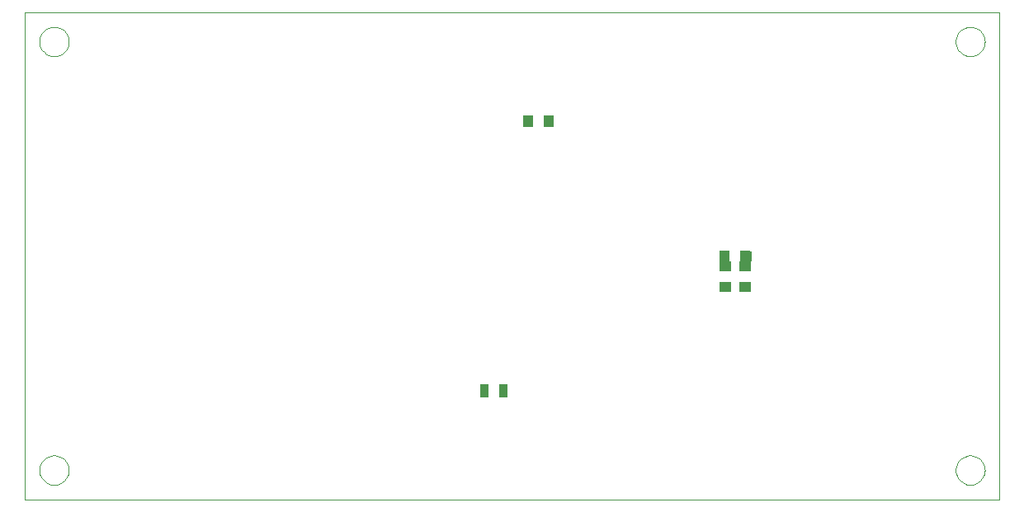
<source format=gbr>
G04 PROTEUS GERBER X2 FILE*
%TF.GenerationSoftware,Labcenter,Proteus,8.16-SP3-Build36097*%
%TF.CreationDate,2025-11-07T09:33:48+00:00*%
%TF.FileFunction,Paste,Top*%
%TF.FilePolarity,Positive*%
%TF.Part,Single*%
%TF.SameCoordinates,{ab98911b-3f69-4870-a6fc-6ca9eaabf26d}*%
%FSLAX45Y45*%
%MOMM*%
G01*
%TA.AperFunction,Material*%
%ADD36R,1.016000X1.270000*%
%ADD37R,0.939800X1.447800*%
%ADD38R,1.270000X1.016000*%
%ADD39R,0.700000X1.000000*%
%TA.AperFunction,Profile*%
%ADD22C,0.101600*%
%TD.AperFunction*%
D36*
X+5170000Y+3890000D03*
X+5383360Y+3890000D03*
D37*
X+4720000Y+1120000D03*
X+4920000Y+1120000D03*
D38*
X+7200000Y+2186640D03*
X+7200000Y+2400000D03*
X+7400000Y+2186640D03*
X+7400000Y+2400000D03*
D36*
X+7186640Y+2500000D03*
X+7400000Y+2500000D03*
D39*
X+7430000Y+2500000D03*
D22*
X+9000Y+9000D02*
X+10009000Y+9000D01*
X+10009000Y+5009000D01*
X+9000Y+5009000D01*
X+9000Y+9000D01*
X+9859000Y+4709000D02*
X+9858498Y+4721258D01*
X+9854422Y+4745775D01*
X+9845906Y+4770292D01*
X+9832032Y+4794809D01*
X+9810806Y+4819161D01*
X+9786289Y+4837555D01*
X+9761772Y+4849411D01*
X+9737255Y+4856315D01*
X+9712738Y+4858953D01*
X+9709000Y+4859000D01*
X+9559000Y+4709000D02*
X+9559502Y+4721258D01*
X+9563578Y+4745775D01*
X+9572094Y+4770292D01*
X+9585968Y+4794809D01*
X+9607194Y+4819161D01*
X+9631711Y+4837555D01*
X+9656228Y+4849411D01*
X+9680745Y+4856315D01*
X+9705262Y+4858953D01*
X+9709000Y+4859000D01*
X+9559000Y+4709000D02*
X+9559502Y+4696742D01*
X+9563578Y+4672225D01*
X+9572094Y+4647708D01*
X+9585968Y+4623191D01*
X+9607194Y+4598839D01*
X+9631711Y+4580445D01*
X+9656228Y+4568589D01*
X+9680745Y+4561685D01*
X+9705262Y+4559047D01*
X+9709000Y+4559000D01*
X+9859000Y+4709000D02*
X+9858498Y+4696742D01*
X+9854422Y+4672225D01*
X+9845906Y+4647708D01*
X+9832032Y+4623191D01*
X+9810806Y+4598839D01*
X+9786289Y+4580445D01*
X+9761772Y+4568589D01*
X+9737255Y+4561685D01*
X+9712738Y+4559047D01*
X+9709000Y+4559000D01*
X+9859000Y+309000D02*
X+9858498Y+321258D01*
X+9854422Y+345775D01*
X+9845906Y+370292D01*
X+9832032Y+394809D01*
X+9810806Y+419161D01*
X+9786289Y+437555D01*
X+9761772Y+449411D01*
X+9737255Y+456315D01*
X+9712738Y+458953D01*
X+9709000Y+459000D01*
X+9559000Y+309000D02*
X+9559502Y+321258D01*
X+9563578Y+345775D01*
X+9572094Y+370292D01*
X+9585968Y+394809D01*
X+9607194Y+419161D01*
X+9631711Y+437555D01*
X+9656228Y+449411D01*
X+9680745Y+456315D01*
X+9705262Y+458953D01*
X+9709000Y+459000D01*
X+9559000Y+309000D02*
X+9559502Y+296742D01*
X+9563578Y+272225D01*
X+9572094Y+247708D01*
X+9585968Y+223191D01*
X+9607194Y+198839D01*
X+9631711Y+180445D01*
X+9656228Y+168589D01*
X+9680745Y+161685D01*
X+9705262Y+159047D01*
X+9709000Y+159000D01*
X+9859000Y+309000D02*
X+9858498Y+296742D01*
X+9854422Y+272225D01*
X+9845906Y+247708D01*
X+9832032Y+223191D01*
X+9810806Y+198839D01*
X+9786289Y+180445D01*
X+9761772Y+168589D01*
X+9737255Y+161685D01*
X+9712738Y+159047D01*
X+9709000Y+159000D01*
X+459000Y+309000D02*
X+458498Y+321258D01*
X+454422Y+345775D01*
X+445906Y+370292D01*
X+432032Y+394809D01*
X+410806Y+419161D01*
X+386289Y+437555D01*
X+361772Y+449411D01*
X+337255Y+456315D01*
X+312738Y+458953D01*
X+309000Y+459000D01*
X+159000Y+309000D02*
X+159502Y+321258D01*
X+163578Y+345775D01*
X+172094Y+370292D01*
X+185968Y+394809D01*
X+207194Y+419161D01*
X+231711Y+437555D01*
X+256228Y+449411D01*
X+280745Y+456315D01*
X+305262Y+458953D01*
X+309000Y+459000D01*
X+159000Y+309000D02*
X+159502Y+296742D01*
X+163578Y+272225D01*
X+172094Y+247708D01*
X+185968Y+223191D01*
X+207194Y+198839D01*
X+231711Y+180445D01*
X+256228Y+168589D01*
X+280745Y+161685D01*
X+305262Y+159047D01*
X+309000Y+159000D01*
X+459000Y+309000D02*
X+458498Y+296742D01*
X+454422Y+272225D01*
X+445906Y+247708D01*
X+432032Y+223191D01*
X+410806Y+198839D01*
X+386289Y+180445D01*
X+361772Y+168589D01*
X+337255Y+161685D01*
X+312738Y+159047D01*
X+309000Y+159000D01*
X+459000Y+4709000D02*
X+458498Y+4721258D01*
X+454422Y+4745775D01*
X+445906Y+4770292D01*
X+432032Y+4794809D01*
X+410806Y+4819161D01*
X+386289Y+4837555D01*
X+361772Y+4849411D01*
X+337255Y+4856315D01*
X+312738Y+4858953D01*
X+309000Y+4859000D01*
X+159000Y+4709000D02*
X+159502Y+4721258D01*
X+163578Y+4745775D01*
X+172094Y+4770292D01*
X+185968Y+4794809D01*
X+207194Y+4819161D01*
X+231711Y+4837555D01*
X+256228Y+4849411D01*
X+280745Y+4856315D01*
X+305262Y+4858953D01*
X+309000Y+4859000D01*
X+159000Y+4709000D02*
X+159502Y+4696742D01*
X+163578Y+4672225D01*
X+172094Y+4647708D01*
X+185968Y+4623191D01*
X+207194Y+4598839D01*
X+231711Y+4580445D01*
X+256228Y+4568589D01*
X+280745Y+4561685D01*
X+305262Y+4559047D01*
X+309000Y+4559000D01*
X+459000Y+4709000D02*
X+458498Y+4696742D01*
X+454422Y+4672225D01*
X+445906Y+4647708D01*
X+432032Y+4623191D01*
X+410806Y+4598839D01*
X+386289Y+4580445D01*
X+361772Y+4568589D01*
X+337255Y+4561685D01*
X+312738Y+4559047D01*
X+309000Y+4559000D01*
M02*

</source>
